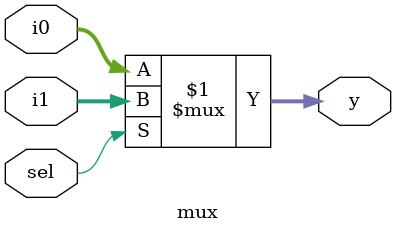
<source format=sv>
module mux#(parameter N=8)(input logic [N-1:0] i0, i1, input logic sel, output logic [N-1:0] y);
    assign y = sel ? i1 : i0;
endmodule

</source>
